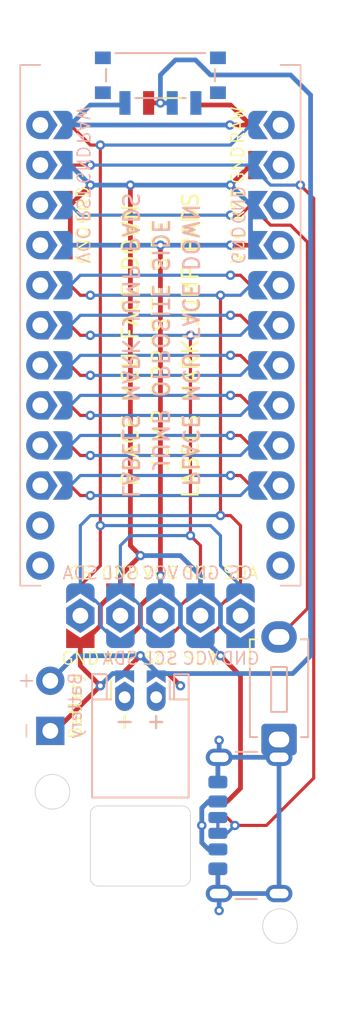
<source format=kicad_pcb>
(kicad_pcb (version 20240108) (generator "pcbnew") (generator_version "8.0")
  (layers (0 "F.Cu" signal) (31 "B.Cu" signal) (34 "B.Paste" user) (35 "F.Paste" user) (36 "B.SilkS" user "B.Silkscreen") (37 "F.SilkS" user "F.Silkscreen") (38 "B.Mask" user) (39 "F.Mask" user) (44 "Edge.Cuts" user))
  (net 0 "")
  (net 1 "row0")
  (net 2 "row1")
  (net 3 "row2")
  (net 4 "row3")
  (net 5 "battery")
  (net 6 "GND")
  (net 8 "VCC")
  (net 9 "SDA")
  (net 10 "SCL")
  (net 11 "CS")
  (net 12 "RAW")
  (net 13 "RST")
  (net 14 "col0")
  (net 15 "col1")
  (net 16 "col2")
  (net 17 "col3")
  (net 18 "col4")
  (net 19 "col5")
  (net 23 "RX")
  (footprint "Project:Nice_View" (layer "F.Cu") (at 164.625 77.195)
    (property "Reference" "J2" (hide yes))
    (property "Value" "nice!view")
  )
  (footprint "Project:Pro_Micro-Reversible" (layer "F.Cu") (at 164.625 60.05)
    (property "Reference" "U1" (hide yes))
    (property "Value" "ProMicro")
  )
  (footprint "Project:JST_PH_S2B-PH-K_1x02_P2.00mm_Horizontal" (layer "F.Cu") (at 162.355 82.365)
    (property "Reference" "J1" (hide yes))
    (property "Value" "Battery Connector")
  )
  (footprint "Project:USB_C_Receptacle_GCT_USB4125-xx-x_6P_TopMnt_Horizontal" (layer "F.Cu") (at 171.35 90.495 90)
    (property "Reference" "J3" (hide yes))
    (property "Value" "USB_C_Receptacle_PowerOnly_6P")
  )
  (footprint "Project:Battery Wire" (layer "F.Cu") (at 157.64 84.4975 90)
    (property "Reference" "J4" (hide yes))
    (property "Value" "Battery Wire")
  )
  (footprint "Project:SW_PUSH_1P1T_6x3.5mm_H4.3_APEM_MJTP1243" (layer "F.Cu") (at 172.15 85.045 90)
    (property "Reference" "RSW1" (hide yes))
    (property "Value" "SW_Push")
  )
  (footprint "Project:SW_SPDT_PCM12" (layer "B.Cu") (at 164.625 43.25)
    (property "Reference" "PSW1" (hide yes))
    (property "Value" "SW_SPDT")
  )
  (gr_circle (center 172.21 96.88) (end 173.31 96.88) (stroke (width 0.05)) (fill none) (layer "Edge.Cuts"))
  (gr_line (start 166.022 89.26) (end 160.688 89.26) (stroke (width 0.05)) (layer "Edge.Cuts"))
  (gr_circle (center 157.778 88.359) (end 158.878 88.359) (stroke (width 0.05)) (fill none) (layer "Edge.Cuts"))
  (gr_line (start 160.18 93.832) (end 160.18 89.768) (stroke (width 0.05)) (layer "Edge.Cuts"))
  (gr_line (start 166.53 93.832) (end 166.53 89.768) (stroke (width 0.05)) (layer "Edge.Cuts"))
  (gr_line (start 160.688 94.34) (end 166.022 94.34) (stroke (width 0.05)) (layer "Edge.Cuts"))
  (gr_arc (start 166.022 89.26) (mid 166.38121 89.40879) (end 166.53 89.768) (stroke (width 0.05)) (layer "Edge.Cuts"))
  (gr_arc (start 166.53 93.832) (mid 166.38121 94.19121) (end 166.022 94.34) (stroke (width 0.05)) (layer "Edge.Cuts"))
  (gr_arc (start 160.688 94.34) (mid 160.32879 94.19121) (end 160.18 93.832) (stroke (width 0.05)) (layer "Edge.Cuts"))
  (gr_arc (start 160.18 89.768) (mid 160.32879 89.40879) (end 160.688 89.26) (stroke (width 0.05)) (layer "Edge.Cuts"))
  (segment (start 159.545 61.955) (end 158.91 61.32) (width 0.2) (layer "F.Cu") (net 1))
  (segment (start 160.18 61.955) (end 159.545 61.955) (width 0.2) (layer "F.Cu") (net 1))
  (via (at 160.18 61.955) (size 0.6) (drill 0.3) (layers "F.Cu" "B.Cu") (net 1))
  (segment (start 169.705 61.955) (end 170.34 61.32) (width 0.2) (layer "B.Cu") (net 1))
  (segment (start 160.18 61.955) (end 169.705 61.955) (width 0.2) (layer "B.Cu") (net 1))
  (segment (start 160.18 64.495933) (end 159.545933 64.495933) (width 0.2) (layer "F.Cu") (net 2))
  (segment (start 159.545933 64.495933) (end 158.91 63.86) (width 0.2) (layer "F.Cu") (net 2))
  (via (at 160.18 64.495933) (size 0.6) (drill 0.3) (layers "F.Cu" "B.Cu") (net 2))
  (segment (start 160.18 64.495933) (end 169.704067 64.495933) (width 0.2) (layer "B.Cu") (net 2))
  (segment (start 169.704067 64.495933) (end 170.34 63.86) (width 0.2) (layer "B.Cu") (net 2))
  (segment (start 159.545 67.035) (end 158.91 66.4) (width 0.2) (layer "F.Cu") (net 3))
  (segment (start 160.18 67.035) (end 159.545 67.035) (width 0.2) (layer "F.Cu") (net 3))
  (via (at 160.18 67.035) (size 0.6) (drill 0.3) (layers "F.Cu" "B.Cu") (net 3))
  (segment (start 160.18 67.035) (end 169.705 67.035) (width 0.2) (layer "B.Cu") (net 3))
  (segment (start 169.705 67.035) (end 170.34 66.4) (width 0.2) (layer "B.Cu") (net 3))
  (segment (start 159.545 69.575) (end 158.91 68.94) (width 0.2) (layer "F.Cu") (net 4))
  (segment (start 160.18 69.575) (end 159.545 69.575) (width 0.2) (layer "F.Cu") (net 4))
  (via (at 160.18 69.575) (size 0.6) (drill 0.3) (layers "F.Cu" "B.Cu") (net 4))
  (segment (start 160.18 69.575) (end 169.705 69.575) (width 0.2) (layer "B.Cu") (net 4))
  (segment (start 169.705 69.575) (end 170.34 68.94) (width 0.2) (layer "B.Cu") (net 4))
  (segment (start 163.355 79.735) (end 162.355 80.735) (width 0.3) (layer "F.Cu") (net 5))
  (segment (start 162.355 80.735) (end 162.355 80.865) (width 0.3) (layer "F.Cu") (net 5))
  (segment (start 164.625 44.68) (end 163.875 44.68) (width 0.3) (layer "F.Cu") (net 5))
  (via (at 164.625 44.68) (size 0.6) (drill 0.3) (layers "F.Cu" "B.Cu") (net 5))
  (via (at 163.355 79.735) (size 0.6) (drill 0.3) (layers "F.Cu" "B.Cu") (net 5))
  (segment (start 164.625 44.68) (end 165.375 44.68) (width 0.3) (layer "B.Cu") (net 5))
  (segment (start 164.625 42.905) (end 164.625 44.68) (width 0.3) (layer "B.Cu") (net 5))
  (segment (start 165.5775 41.9525) (end 164.625 42.905) (width 0.3) (layer "B.Cu") (net 5))
  (segment (start 157.64 81.3225) (end 159.2275 79.735) (width 0.3) (layer "B.Cu") (net 5))
  (segment (start 172.88 42.905) (end 167.8 42.905) (width 0.3) (layer "B.Cu") (net 5))
  (segment (start 159.2275 79.735) (end 163.355 79.735) (width 0.3) (layer "B.Cu") (net 5))
  (segment (start 173.02 80.865) (end 174.15 79.735) (width 0.3) (layer "B.Cu") (net 5))
  (segment (start 164.355 80.865) (end 173.02 80.865) (width 0.3) (layer "B.Cu") (net 5))
  (segment (start 164.355 80.735) (end 164.355 80.865) (width 0.3) (layer "B.Cu") (net 5))
  (segment (start 167.8 42.905) (end 166.8475 41.9525) (width 0.3) (layer "B.Cu") (net 5))
  (segment (start 166.8475 41.9525) (end 165.5775 41.9525) (width 0.3) (layer "B.Cu") (net 5))
  (segment (start 174.15 79.735) (end 174.15 44.175) (width 0.3) (layer "B.Cu") (net 5))
  (segment (start 174.15 44.175) (end 172.88 42.905) (width 0.3) (layer "B.Cu") (net 5))
  (segment (start 163.355 79.735) (end 164.355 80.735) (width 0.3) (layer "B.Cu") (net 5))
  (segment (start 157.64 84.4975) (end 157.9575 84.4975) (width 0.3) (layer "F.Cu") (net 6))
  (segment (start 168.35 86.175) (end 168.27 86.255) (width 0.3) (layer "F.Cu") (net 6))
  (segment (start 168.27 93.245) (end 168.27 94.735) (width 0.3) (layer "F.Cu") (net 6))
  (segment (start 169.07 49.89) (end 170.34 48.62) (width 0.3) (layer "F.Cu") (net 6))
  (segment (start 168.27 86.255) (end 168.27 87.745) (width 0.3) (layer "F.Cu") (net 6))
  (segment (start 160.815 77.83) (end 160.815 76.56) (width 0.3) (layer "F.Cu") (net 6))
  (segment (start 158.91 51.16) (end 160.18 49.89) (width 0.3) (layer "F.Cu") (net 6))
  (segment (start 157.9575 84.4975) (end 160.815 81.64) (width 0.3) (layer "F.Cu") (net 6))
  (segment (start 159.545 80.37) (end 160.815 81.64) (width 0.3) (layer "F.Cu") (net 6))
  (segment (start 163.355 73.385) (end 162.085 74.655) (width 0.3) (layer "F.Cu") (net 6))
  (segment (start 164.355 80.865) (end 165.12 80.865) (width 0.3) (layer "F.Cu") (net 6))
  (segment (start 160.815 76.56) (end 162.085 75.29) (width 0.3) (layer "F.Cu") (net 6))
  (segment (start 165.12 80.865) (end 165.895 81.64) (width 0.3) (layer "F.Cu") (net 6))
  (segment (start 159.545 79.1) (end 159.545 80.37) (width 0.3) (layer "F.Cu") (net 6))
  (segment (start 162.72 72.75) (end 162.72 49.89) (width 0.3) (layer "F.Cu") (net 6))
  (segment (start 168.27 94.735) (end 168.35 94.815) (width 0.3) (layer "F.Cu") (net 6))
  (segment (start 162.085 74.655) (end 162.085 75.29) (width 0.3) (layer "F.Cu") (net 6))
  (segment (start 159.545 79.1) (end 160.815 77.83) (width 0.3) (layer "F.Cu") (net 6))
  (segment (start 158.91 51.16) (end 158.91 53.7) (width 0.3) (layer "F.Cu") (net 6))
  (segment (start 163.355 73.385) (end 162.72 72.75) (width 0.3) (layer "F.Cu") (net 6))
  (via (at 160.18 49.89) (size 0.6) (drill 0.3) (layers "F.Cu" "B.Cu") (net 6))
  (via (at 168.35 95.895) (size 0.6) (drill 0.3) (layers "F.Cu" "B.Cu") (net 6))
  (via (at 165.895 81.64) (size 0.6) (drill 0.3) (layers "F.Cu" "B.Cu") (net 6))
  (via (at 163.355 73.385) (size 0.6) (drill 0.3) (layers "F.Cu" "B.Cu") (net 6))
  (via (at 168.35 85.095) (size 0.6) (drill 0.3) (layers "F.Cu" "B.Cu") (net 6))
  (via (at 160.815 81.64) (size 0.6) (drill 0.3) (layers "F.Cu" "B.Cu") (net 6))
  (via (at 162.72 49.89) (size 0.6) (drill 0.3) (layers "F.Cu" "B.Cu") (net 6))
  (via (at 169.07 49.89) (size 0.6) (drill 0.3) (layers "F.Cu" "B.Cu") (net 6))
  (segment (start 167.165 74.655) (end 167.165 75.29) (width 0.3) (layer "B.Cu") (net 6))
  (segment (start 163.355 73.385) (end 165.895 73.385) (width 0.3) (layer "B.Cu") (net 6))
  (segment (start 170.34 51.16) (end 169.07 49.89) (width 0.3) (layer "B.Cu") (net 6))
  (segment (start 168.435 76.56) (end 167.165 75.29) (width 0.3) (layer "B.Cu") (net 6))
  (segment (start 160.815 81.64) (end 161.59 80.865) (width 0.3) (layer "B.Cu") (net 6))
  (segment (start 168.27 86.255) (end 168.27 87.745) (width 0.3) (layer "B.Cu") (net 6))
  (segment (start 165.895 73.385) (end 167.165 74.655) (width 0.3) (layer "B.Cu") (net 6))
  (segment (start 169.705 79.1) (end 168.435 77.83) (width 0.3) (layer "B.Cu") (net 6))
  (segment (start 160.18 49.89) (end 162.72 49.89) (width 0.3) (layer "B.Cu") (net 6))
  (segment (start 168.35 86.175) (end 168.35 85.095) (width 0.3) (layer "B.Cu") (net 6))
  (segment (start 168.35 94.815) (end 168.27 94.735) (width 0.3) (layer "B.Cu") (net 6))
  (segment (start 168.35 86.175) (end 172.15 86.175) (width 0.3) (layer "B.Cu") (net 6))
  (segment (start 168.35 94.815) (end 168.35 95.895) (width 0.3) (layer "B.Cu") (net 6))
  (segment (start 172.15 86.175) (end 172.15 85.045) (width 0.3) (layer "B.Cu") (net 6))
  (segment (start 161.59 80.865) (end 162.355 80.865) (width 0.3) (layer "B.Cu") (net 6))
  (segment (start 162.72 49.89) (end 169.07 49.89) (width 0.3) (layer "B.Cu") (net 6))
  (segment (start 170.34 53.7) (end 170.34 51.16) (width 0.3) (layer "B.Cu") (net 6))
  (segment (start 168.27 94.735) (end 168.27 93.245) (width 0.3) (layer "B.Cu") (net 6))
  (segment (start 168.35 86.175) (end 168.27 86.255) (width 0.3) (layer "B.Cu") (net 6))
  (segment (start 160.18 49.89) (end 158.91 48.62) (width 0.3) (layer "B.Cu") (net 6))
  (segment (start 172.15 86.175) (end 172.15 94.815) (width 0.3) (layer "B.Cu") (net 6))
  (segment (start 160.18 49.895534) (end 160.18 49.89) (width 0.3) (layer "B.Cu") (net 6))
  (segment (start 168.435 77.83) (end 168.435 76.56) (width 0.3) (layer "B.Cu") (net 6))
  (segment (start 172.15 94.815) (end 168.35 94.815) (width 0.3) (layer "B.Cu") (net 6))
  (segment (start 167.25 90.495) (end 167.25 89.395) (width 0.3) (layer "F.Cu") (net 8))
  (segment (start 170.34 53.7) (end 169.07 53.7) (width 0.3) (layer "F.Cu") (net 8))
  (segment (start 168.87 88.975) (end 168.27 88.975) (width 0.3) (layer "F.Cu") (net 8))
  (segment (start 167.67 88.975) (end 168.27 88.975) (width 0.3) (layer "F.Cu") (net 8))
  (segment (start 169.705 88.14) (end 168.87 88.975) (width 0.3) (layer "F.Cu") (net 8))
  (segment (start 164.625 74.655) (end 164.625 74.625) (width 0.3) (layer "F.Cu") (net 8))
  (segment (start 167.25 89.395) (end 167.67 88.975) (width 0.3) (layer "F.Cu") (net 8))
  (segment (start 164.625 74.655) (end 164.625 53.73) (width 0.3) (layer "F.Cu") (net 8))
  (segment (start 164.625 75.29) (end 163.355 76.56) (width 0.3) (layer "F.Cu") (net 8))
  (segment (start 168.435 79.735) (end 169.705 81.005) (width 0.3) (layer "F.Cu") (net 8))
  (segment (start 163.355 76.56) (end 163.355 77.83) (width 0.3) (layer "F.Cu") (net 8))
  (segment (start 167.25 91.595) (end 167.67 92.015) (width 0.3) (layer "F.Cu") (net 8))
  (segment (start 164.625 74.655) (end 164.625 75.29) (width 0.3) (layer "F.Cu") (net 8))
  (segment (start 167.67 92.015) (end 168.27 92.015) (width 0.3) (layer "F.Cu") (net 8))
  (segment (start 164.625 53.73) (end 164.64 53.715) (width 0.3) (layer "F.Cu") (net 8))
  (segment (start 167.25 90.495) (end 167.25 91.595) (width 0.3) (layer "F.Cu") (net 8))
  (segment (start 169.705 81.005) (end 169.705 88.14) (width 0.3) (layer "F.Cu") (net 8))
  (segment (start 163.355 77.83) (end 162.085 79.1) (width 0.3) (layer "F.Cu") (net 8))
  (segment (start 164.64 53.715) (end 164.625 53.7) (width 0.3) (layer "F.Cu") (net 8))
  (via (at 168.435 79.735) (size 0.6) (drill 0.3) (layers "F.Cu" "B.Cu") (net 8))
  (via (at 164.625 53.7) (size 0.6) (drill 0.3) (layers "F.Cu" "B.Cu") (net 8))
  (via (at 169.07 53.7) (size 0.6) (drill 0.3) (layers "F.Cu" "B.Cu") (net 8))
  (via (at 164.625 74.655) (size 0.6) (drill 0.3) (layers "F.Cu" "B.Cu") (net 8))
  (via (at 167.25 90.495) (size 0.6) (drill 0.3) (layers "F.Cu" "B.Cu") (net 8))
  (segment (start 165.895 77.83) (end 167.165 79.1) (width 0.3) (layer "B.Cu") (net 8))
  (segment (start 169.07 53.7) (end 164.625 53.7) (width 0.3) (layer "B.Cu") (net 8))
  (segment (start 167.25 91.595) (end 167.25 90.495) (width 0.3) (layer "B.Cu") (net 8))
  (segment (start 164.625 75.29) (end 165.895 76.56) (width 0.3) (layer "B.Cu") (net 8))
  (segment (start 167.25 90.495) (end 167.25 89.395) (width 0.3) (layer "B.Cu") (net 8))
  (segment (start 167.67 88.975) (end 168.27 88.975) (width 0.3) (layer "B.Cu") (net 8))
  (segment (start 167.25 89.395) (end 167.67 88.975) (width 0.3) (layer "B.Cu") (net 8))
  (segment (start 167.165 79.1) (end 167.8 79.1) (width 0.3) (layer "B.Cu") (net 8))
  (segment (start 168.27 92.015) (end 167.67 92.015) (width 0.3) (layer "B.Cu") (net 8))
  (segment (start 167.8 79.1) (end 168.435 79.735) (width 0.3) (layer "B.Cu") (net 8))
  (segment (start 164.625 74.655) (end 164.625 75.29) (width 0.3) (layer "B.Cu") (net 8))
  (segment (start 167.67 92.015) (end 167.25 91.595) (width 0.3) (layer "B.Cu") (net 8))
  (segment (start 165.895 76.56) (end 165.895 77.83) (width 0.3) (layer "B.Cu") (net 8))
  (segment (start 158.91 53.7) (end 164.625 53.7) (width 0.3) (layer "B.Cu") (net 8))
  (segment (start 169.07 70.845) (end 169.705 71.48) (width 0.2) (layer "F.Cu") (net 9))
  (segment (start 159.545933 56.875933) (end 158.91 56.24) (width 0.2) (layer "F.Cu") (net 9))
  (segment (start 168.435 70.845) (end 169.07 70.845) (width 0.2) (layer "F.Cu") (net 9))
  (segment (start 168.435 70.845) (end 168.435 56.875933) (width 0.2) (layer "F.Cu") (net 9))
  (segment (start 168.435 76.56) (end 168.435 77.83) (width 0.2) (layer "F.Cu") (net 9))
  (segment (start 169.705 71.48) (end 169.705 75.29) (width 0.2) (layer "F.Cu") (net 9))
  (segment (start 169.705 75.29) (end 168.435 76.56) (width 0.2) (layer "F.Cu") (net 9))
  (segment (start 160.18 56.875933) (end 159.545933 56.875933) (width 0.2) (layer "F.Cu") (net 9))
  (segment (start 167.165 79.1) (end 168.435 77.83) (width 0.2) (layer "F.Cu") (net 9))
  (via (at 160.18 56.875933) (size 0.6) (drill 0.3) (layers "F.Cu" "B.Cu") (net 9))
  (via (at 168.435 70.845) (size 0.6) (drill 0.3) (layers "F.Cu" "B.Cu") (net 9))
  (via (at 168.435 56.875933) (size 0.6) (drill 0.3) (layers "F.Cu" "B.Cu") (net 9))
  (segment (start 160.815 77.83) (end 160.815 76.56) (width 0.2) (layer "B.Cu") (net 9))
  (segment (start 159.545 71.48) (end 159.545 75.29) (width 0.2) (layer "B.Cu") (net 9))
  (segment (start 169.704067 56.875933) (end 170.34 56.24) (width 0.2) (layer "B.Cu") (net 9))
  (segment (start 162.085 79.1) (end 160.815 77.83) (width 0.2) (layer "B.Cu") (net 9))
  (segment (start 168.435 70.845) (end 160.18 70.845) (width 0.2) (layer "B.Cu") (net 9))
  (segment (start 160.18 70.845) (end 159.545 71.48) (width 0.2) (layer "B.Cu") (net 9))
  (segment (start 168.435 56.875933) (end 169.704067 56.875933) (width 0.2) (layer "B.Cu") (net 9))
  (segment (start 160.815 76.56) (end 159.545 75.29) (width 0.2) (layer "B.Cu") (net 9))
  (segment (start 160.18 56.875933) (end 168.435 56.875933) (width 0.2) (layer "B.Cu") (net 9))
  (segment (start 166.53 72.115) (end 166.53 59.415933) (width 0.2) (layer "F.Cu") (net 10))
  (segment (start 165.895 77.83) (end 165.895 76.56) (width 0.2) (layer "F.Cu") (net 10))
  (segment (start 165.895 76.56) (end 167.165 75.29) (width 0.2) (layer "F.Cu") (net 10))
  (segment (start 160.18 59.415933) (end 159.545933 59.415933) (width 0.2) (layer "F.Cu") (net 10))
  (segment (start 159.545933 59.415933) (end 158.91 58.78) (width 0.2) (layer "F.Cu") (net 10))
  (segment (start 164.625 79.1) (end 165.895 77.83) (width 0.2) (layer "F.Cu") (net 10))
  (segment (start 166.53 72.115) (end 167.165 72.75) (width 0.2) (layer "F.Cu") (net 10))
  (segment (start 167.165 72.75) (end 167.165 75.29) (width 0.2) (layer "F.Cu") (net 10))
  (via (at 160.18 59.415933) (size 0.6) (drill 0.3) (layers "F.Cu" "B.Cu") (net 10))
  (via (at 166.53 59.415933) (size 0.6) (drill 0.3) (layers "F.Cu" "B.Cu") (net 10))
  (via (at 166.53 72.115) (size 0.6) (drill 0.3) (layers "F.Cu" "B.Cu") (net 10))
  (segment (start 162.719302 72.115) (end 162.085 72.749302) (width 0.2) (layer "B.Cu") (net 10))
  (segment (start 166.53 59.415933) (end 169.704067 59.415933) (width 0.2) (layer "B.Cu") (net 10))
  (segment (start 163.355 77.83) (end 163.355 76.56) (width 0.2) (layer "B.Cu") (net 10))
  (segment (start 169.704067 59.415933) (end 170.34 58.78) (width 0.2) (layer "B.Cu") (net 10))
  (segment (start 164.625 79.1) (end 163.355 77.83) (width 0.2) (layer "B.Cu") (net 10))
  (segment (start 163.355 76.56) (end 162.085 75.29) (width 0.2) (layer "B.Cu") (net 10))
  (segment (start 162.085 72.749302) (end 162.085 75.29) (width 0.2) (layer "B.Cu") (net 10))
  (segment (start 166.53 72.115) (end 162.719302 72.115) (width 0.2) (layer "B.Cu") (net 10))
  (segment (start 160.18 59.415933) (end 166.53 59.415933) (width 0.2) (layer "B.Cu") (net 10))
  (segment (start 160.815 71.48) (end 160.815 74.02) (width 0.2) (layer "F.Cu") (net 11))
  (segment (start 160.815 74.02) (end 159.545 75.29) (width 0.2) (layer "F.Cu") (net 11))
  (segment (start 160.815 47.35) (end 160.18 47.35) (width 0.2) (layer "F.Cu") (net 11))
  (segment (start 160.18 47.35) (end 158.91 46.08) (width 0.2) (layer "F.Cu") (net 11))
  (segment (start 160.815 71.48) (end 160.815 47.35) (width 0.2) (layer "F.Cu") (net 11))
  (via (at 160.815 47.35) (size 0.6) (drill 0.3) (layers "F.Cu" "B.Cu") (net 11))
  (via (at 160.815 71.48) (size 0.6) (drill 0.3) (layers "F.Cu" "B.Cu") (net 11))
  (segment (start 167.8 71.48) (end 168.435 72.115) (width 0.2) (layer "B.Cu") (net 11))
  (segment (start 168.435 74.02) (end 169.705 75.29) (width 0.2) (layer "B.Cu") (net 11))
  (segment (start 168.435 72.115) (end 168.435 74.02) (width 0.2) (layer "B.Cu") (net 11))
  (segment (start 160.815 71.48) (end 167.8 71.48) (width 0.2) (layer "B.Cu") (net 11))
  (segment (start 160.815 47.35) (end 169.07 47.35) (width 0.2) (layer "B.Cu") (net 11))
  (segment (start 169.07 47.35) (end 170.34 46.08) (width 0.2) (layer "B.Cu") (net 11))
  (segment (start 167.005 44.81) (end 166.875 44.68) (width 0.3) (layer "F.Cu") (net 12))
  (segment (start 169.07 44.81) (end 167.005 44.81) (width 0.3) (layer "F.Cu") (net 12))
  (segment (start 170.34 46.08) (end 169.035 46.08) (width 0.3) (layer "F.Cu") (net 12))
  (segment (start 170.34 46.08) (end 169.07 44.81) (width 0.3) (layer "F.Cu") (net 12))
  (via (at 169.035 46.08) (size 0.6) (drill 0.3) (layers "F.Cu" "B.Cu") (net 12))
  (segment (start 160.18 44.81) (end 162.245 44.81) (width 0.3) (layer "B.Cu") (net 12))
  (segment (start 169.035 46.08) (end 158.91 46.08) (width 0.3) (layer "B.Cu") (net 12))
  (segment (start 162.245 44.81) (end 162.375 44.68) (width 0.3) (layer "B.Cu") (net 12))
  (segment (start 158.91 46.08) (end 160.18 44.81) (width 0.3) (layer "B.Cu") (net 12))
  (segment (start 170.34 51.16) (end 171.61 52.43) (width 0.2) (layer "F.Cu") (net 13))
  (segment (start 173.95 76.745) (end 172.15 78.545) (width 0.2) (layer "F.Cu") (net 13))
  (segment (start 172.88 52.43) (end 173.95 53.5) (width 0.2) (layer "F.Cu") (net 13))
  (segment (start 173.95 53.5) (end 173.95 76.745) (width 0.2) (layer "F.Cu") (net 13))
  (segment (start 169.705 51.795) (end 170.34 51.16) (width 0.2) (layer "F.Cu") (net 13))
  (segment (start 171.61 52.43) (end 172.88 52.43) (width 0.2) (layer "F.Cu") (net 13))
  (segment (start 169.07 51.795) (end 169.705 51.795) (width 0.2) (layer "F.Cu") (net 13))
  (via (at 169.07 51.795) (size 0.6) (drill 0.3) (layers "F.Cu" "B.Cu") (net 13))
  (segment (start 169.07 51.795) (end 159.545 51.795) (width 0.2) (layer "B.Cu") (net 13))
  (segment (start 159.545 51.795) (end 158.91 51.16) (width 0.2) (layer "B.Cu") (net 13))
  (segment (start 169.07 55.605) (end 169.705 55.605) (width 0.2) (layer "F.Cu") (net 14))
  (segment (start 169.705 55.605) (end 170.34 56.24) (width 0.2) (layer "F.Cu") (net 14))
  (via (at 169.07 55.605) (size 0.6) (drill 0.3) (layers "F.Cu" "B.Cu") (net 14))
  (segment (start 159.545 55.605) (end 158.91 56.24) (width 0.2) (layer "B.Cu") (net 14))
  (segment (start 169.07 55.605) (end 159.545 55.605) (width 0.2) (layer "B.Cu") (net 14))
  (segment (start 169.07 58.144067) (end 169.704067 58.144067) (width 0.2) (layer "F.Cu") (net 15))
  (segment (start 169.704067 58.144067) (end 170.34 58.78) (width 0.2) (layer "F.Cu") (net 15))
  (via (at 169.07 58.144067) (size 0.6) (drill 0.3) (layers "F.Cu" "B.Cu") (net 15))
  (segment (start 169.07 58.144067) (end 159.545933 58.144067) (width 0.2) (layer "B.Cu") (net 15))
  (segment (start 159.545933 58.144067) (end 158.91 58.78) (width 0.2) (layer "B.Cu") (net 15))
  (segment (start 169.07 60.684067) (end 169.704067 60.684067) (width 0.2) (layer "F.Cu") (net 16))
  (segment (start 169.704067 60.684067) (end 170.34 61.32) (width 0.2) (layer "F.Cu") (net 16))
  (via (at 169.07 60.684067) (size 0.6) (drill 0.3) (layers "F.Cu" "B.Cu") (net 16))
  (segment (start 159.545933 60.684067) (end 158.91 61.32) (width 0.2) (layer "B.Cu") (net 16))
  (segment (start 169.07 60.684067) (end 159.545933 60.684067) (width 0.2) (layer "B.Cu") (net 16))
  (segment (start 169.704067 63.224067) (end 170.34 63.86) (width 0.2) (layer "F.Cu") (net 17))
  (segment (start 169.07 63.224067) (end 169.704067 63.224067) (width 0.2) (layer "F.Cu") (net 17))
  (via (at 169.07 63.224067) (size 0.6) (drill 0.3) (layers "F.Cu" "B.Cu") (net 17))
  (segment (start 169.07 63.224067) (end 159.545933 63.224067) (width 0.2) (layer "B.Cu") (net 17))
  (segment (start 159.545933 63.224067) (end 158.91 63.86) (width 0.2) (layer "B.Cu") (net 17))
  (segment (start 169.07 65.765) (end 169.705 65.765) (width 0.2) (layer "F.Cu") (net 18))
  (segment (start 169.705 65.765) (end 170.34 66.4) (width 0.2) (layer "F.Cu") (net 18))
  (via (at 169.07 65.765) (size 0.6) (drill 0.3) (layers "F.Cu" "B.Cu") (net 18))
  (segment (start 159.545 65.765) (end 158.91 66.4) (width 0.2) (layer "B.Cu") (net 18))
  (segment (start 169.07 65.765) (end 159.545 65.765) (width 0.2) (layer "B.Cu") (net 18))
  (segment (start 169.704067 68.304067) (end 170.34 68.94) (width 0.2) (layer "F.Cu") (net 19))
  (segment (start 169.07 68.304067) (end 169.704067 68.304067) (width 0.2) (layer "F.Cu") (net 19))
  (via (at 169.07 68.304067) (size 0.6) (drill 0.3) (layers "F.Cu" "B.Cu") (net 19))
  (segment (start 159.545933 68.304067) (end 158.91 68.94) (width 0.2) (layer "B.Cu") (net 19))
  (segment (start 169.07 68.304067) (end 159.545933 68.304067) (width 0.2) (layer "B.Cu") (net 19))
  (segment (start 168.27 90.995) (end 168.27 89.995) (width 0.2) (layer "F.Cu") (net 23))
  (segment (start 169.35 90.495) (end 168.85 89.995) (width 0.2) (layer "F.Cu") (net 23))
  (segment (start 174.35 50.74) (end 174.35 87.495) (width 0.2) (layer "F.Cu") (net 23))
  (segment (start 174.35 87.495) (end 171.35 90.495) (width 0.2) (layer "F.Cu") (net 23))
  (segment (start 160.18 48.62) (end 158.91 48.62) (width 0.2) (layer "F.Cu") (net 23))
  (segment (start 168.85 89.995) (end 168.27 89.995) (width 0.2) (layer "F.Cu") (net 23))
  (segment (start 173.5 49.89) (end 174.35 50.74) (width 0.2) (layer "F.Cu") (net 23))
  (segment (start 171.35 90.495) (end 169.35 90.495) (width 0.2) (layer "F.Cu") (net 23))
  (via (at 160.18 48.62) (size 0.6) (drill 0.3) (layers "F.Cu" "B.Cu") (net 23))
  (via (at 173.5 49.89) (size 0.6) (drill 0.3) (layers "F.Cu" "B.Cu") (net 23))
  (via (at 169.35 90.495) (size 0.6) (drill 0.3) (layers "F.Cu" "B.Cu") (net 23))
  (segment (start 171.61 49.89) (end 170.34 48.62) (width 0.2) (layer "B.Cu") (net 23))
  (segment (start 168.27 89.995) (end 168.27 90.995) (width 0.2) (layer "B.Cu") (net 23))
  (segment (start 168.85 90.995) (end 169.35 90.495) (width 0.2) (layer "B.Cu") (net 23))
  (segment (start 173.5 49.89) (end 171.61 49.89) (width 0.2) (layer "B.Cu") (net 23))
  (segment (start 168.27 90.995) (end 168.85 90.995) (width 0.2) (layer "B.Cu") (net 23))
  (segment (start 160.18 48.62) (end 170.34 48.62) (width 0.2) (layer "B.Cu") (net 23))
)
</source>
